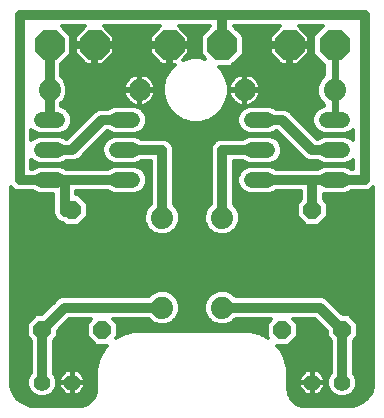
<source format=gbl>
G75*
G70*
%OFA0B0*%
%FSLAX24Y24*%
%IPPOS*%
%LPD*%
%AMOC8*
5,1,8,0,0,1.08239X$1,22.5*
%
%ADD10C,0.0520*%
%ADD11C,0.0740*%
%ADD12OC8,0.1000*%
%ADD13OC8,0.0600*%
%ADD14C,0.0551*%
%ADD15C,0.0320*%
%ADD16C,0.0240*%
%ADD17C,0.0120*%
D10*
X005401Y014163D02*
X005921Y014163D01*
X005921Y015163D02*
X005401Y015163D01*
X005401Y016163D02*
X005921Y016163D01*
X007901Y016163D02*
X008421Y016163D01*
X008421Y015163D02*
X007901Y015163D01*
X007901Y014163D02*
X008421Y014163D01*
X012401Y014163D02*
X012921Y014163D01*
X012921Y015163D02*
X012401Y015163D01*
X012401Y016163D02*
X012921Y016163D01*
X014901Y016163D02*
X015421Y016163D01*
X015421Y015163D02*
X014901Y015163D01*
X014901Y014163D02*
X015421Y014163D01*
D11*
X015161Y017163D03*
X012161Y017163D03*
X008661Y017163D03*
X005661Y017163D03*
X009411Y012913D03*
X011411Y012913D03*
X011411Y009913D03*
X009411Y009913D03*
D12*
X009661Y018663D03*
X011411Y018663D03*
X013661Y018663D03*
X015161Y018663D03*
X007161Y018663D03*
X005661Y018663D03*
D13*
X006411Y013163D03*
X007411Y009163D03*
X005411Y009163D03*
X013411Y009163D03*
X015411Y009163D03*
X014411Y013163D03*
D14*
X014411Y007413D03*
X015411Y007413D03*
X006411Y007413D03*
X005411Y007413D03*
D15*
X005411Y009163D01*
X006161Y009913D01*
X009411Y009913D01*
X011411Y009913D02*
X014661Y009913D01*
X015411Y009163D01*
X015411Y007413D01*
X011411Y012913D02*
X011411Y015163D01*
X012661Y015163D01*
X012661Y014163D02*
X014411Y014163D01*
X014411Y013163D01*
X014411Y014163D02*
X015161Y014163D01*
X016161Y014163D01*
X016161Y019663D01*
X011411Y019663D01*
X004661Y019663D01*
X004661Y014163D01*
X005661Y014163D01*
X008161Y014163D01*
X008161Y015163D02*
X009411Y015163D01*
X009411Y012913D01*
X006411Y013163D02*
X006161Y013112D01*
X006161Y014163D01*
X006411Y015163D02*
X005661Y015163D01*
X006411Y015163D02*
X007411Y016163D01*
X008161Y016163D01*
X005661Y016163D02*
X005661Y017163D01*
X005661Y018663D01*
X011411Y018663D02*
X011411Y019663D01*
X012661Y016163D02*
X013411Y016163D01*
X014411Y015163D01*
X015161Y015163D01*
D16*
X015161Y016163D02*
X015161Y017163D01*
X015161Y018663D01*
D17*
X004534Y006932D02*
X004680Y006786D01*
X004858Y006683D01*
X005058Y006630D01*
X005161Y006623D01*
X006661Y006623D01*
X006731Y006628D01*
X006867Y006664D01*
X006989Y006735D01*
X007089Y006834D01*
X007160Y006956D01*
X007196Y007092D01*
X007201Y007163D01*
X007201Y007571D01*
X007201Y007663D01*
X007201Y007668D01*
X007201Y007754D01*
X007201Y007755D01*
X007201Y007855D01*
X007201Y007855D01*
X007300Y008226D01*
X007300Y008226D01*
X007493Y008559D01*
X007493Y008559D01*
X007576Y008643D01*
X007195Y008643D01*
X006891Y008948D01*
X006891Y009378D01*
X007045Y009533D01*
X006318Y009533D01*
X005931Y009146D01*
X005931Y008948D01*
X005791Y008808D01*
X005791Y007734D01*
X005831Y007694D01*
X005906Y007512D01*
X005906Y007314D01*
X005831Y007132D01*
X005691Y006993D01*
X005509Y006917D01*
X005312Y006917D01*
X005130Y006993D01*
X004991Y007132D01*
X004915Y007314D01*
X004915Y007512D01*
X004991Y007694D01*
X005031Y007734D01*
X005031Y008808D01*
X004891Y008948D01*
X004891Y009378D01*
X005195Y009683D01*
X005393Y009683D01*
X005946Y010235D01*
X006085Y010293D01*
X006236Y010293D01*
X008956Y010293D01*
X009077Y010413D01*
X009293Y010503D01*
X009528Y010503D01*
X009745Y010413D01*
X009911Y010247D01*
X010001Y010030D01*
X010001Y009796D01*
X009911Y009579D01*
X009745Y009413D01*
X009528Y009323D01*
X009293Y009323D01*
X009077Y009413D01*
X008956Y009533D01*
X007776Y009533D01*
X007931Y009378D01*
X007931Y008948D01*
X007883Y008899D01*
X008097Y009023D01*
X008097Y009023D01*
X008469Y009123D01*
X008469Y009123D01*
X008569Y009123D01*
X008569Y009123D01*
X012069Y009123D01*
X012161Y009123D01*
X012252Y009123D01*
X012252Y009123D01*
X012353Y009123D01*
X012353Y009123D01*
X012724Y009023D01*
X012724Y009023D01*
X012939Y008899D01*
X012891Y008948D01*
X012891Y009378D01*
X013045Y009533D01*
X011865Y009533D01*
X011745Y009413D01*
X011528Y009323D01*
X011293Y009323D01*
X011077Y009413D01*
X010911Y009579D01*
X010821Y009796D01*
X010821Y010030D01*
X010911Y010247D01*
X011077Y010413D01*
X011293Y010503D01*
X011528Y010503D01*
X011745Y010413D01*
X011865Y010293D01*
X014585Y010293D01*
X014736Y010293D01*
X014876Y010235D01*
X015428Y009683D01*
X015626Y009683D01*
X015931Y009378D01*
X015931Y008948D01*
X015791Y008808D01*
X015791Y007734D01*
X015831Y007694D01*
X015906Y007512D01*
X015906Y007314D01*
X015831Y007132D01*
X015691Y006993D01*
X015509Y006917D01*
X015312Y006917D01*
X015130Y006993D01*
X014991Y007132D01*
X014915Y007314D01*
X014915Y007512D01*
X014991Y007694D01*
X015031Y007734D01*
X015031Y008808D01*
X014891Y008948D01*
X014891Y009146D01*
X014503Y009533D01*
X013776Y009533D01*
X013931Y009378D01*
X013931Y008948D01*
X013626Y008643D01*
X013245Y008643D01*
X013329Y008559D01*
X013329Y008559D01*
X013521Y008226D01*
X013521Y008226D01*
X013621Y007855D01*
X013621Y007855D01*
X013621Y007755D01*
X013621Y007754D01*
X013621Y007254D01*
X013621Y007243D01*
X013621Y007163D01*
X013625Y007093D01*
X013662Y006956D01*
X013732Y006834D01*
X013832Y006735D01*
X013954Y006664D01*
X014090Y006628D01*
X014161Y006623D01*
X015569Y006623D01*
X015583Y006623D01*
X015661Y006623D01*
X015764Y006630D01*
X015963Y006683D01*
X016142Y006786D01*
X016288Y006932D01*
X016391Y007111D01*
X016444Y007310D01*
X016451Y007413D01*
X016451Y007504D01*
X016451Y013916D01*
X016376Y013841D01*
X016236Y013783D01*
X015720Y013783D01*
X015693Y013756D01*
X015516Y013683D01*
X014805Y013683D01*
X014791Y013689D01*
X014791Y013518D01*
X014931Y013378D01*
X014931Y012948D01*
X014626Y012643D01*
X014195Y012643D01*
X013891Y012948D01*
X013891Y013378D01*
X014031Y013518D01*
X014031Y013783D01*
X013220Y013783D01*
X013193Y013756D01*
X013016Y013683D01*
X012305Y013683D01*
X012129Y013756D01*
X011994Y013891D01*
X011921Y014067D01*
X011921Y014258D01*
X011994Y014435D01*
X012129Y014570D01*
X012305Y014643D01*
X013016Y014643D01*
X013193Y014570D01*
X013220Y014543D01*
X014335Y014543D01*
X014486Y014543D01*
X014602Y014543D01*
X014629Y014570D01*
X014805Y014643D01*
X015516Y014643D01*
X015693Y014570D01*
X015720Y014543D01*
X015781Y014543D01*
X015781Y014844D01*
X015693Y014756D01*
X015516Y014683D01*
X014805Y014683D01*
X014629Y014756D01*
X014602Y014783D01*
X014486Y014783D01*
X014335Y014783D01*
X014196Y014841D01*
X013253Y015783D01*
X013220Y015783D01*
X013193Y015756D01*
X013016Y015683D01*
X012305Y015683D01*
X012129Y015756D01*
X011994Y015891D01*
X011921Y016067D01*
X011921Y016258D01*
X011994Y016435D01*
X012129Y016570D01*
X012305Y016643D01*
X013016Y016643D01*
X013193Y016570D01*
X013220Y016543D01*
X013335Y016543D01*
X013486Y016543D01*
X013626Y016485D01*
X014568Y015543D01*
X014602Y015543D01*
X014629Y015570D01*
X014805Y015643D01*
X015516Y015643D01*
X015693Y015570D01*
X015781Y015482D01*
X015781Y015844D01*
X015693Y015756D01*
X015516Y015683D01*
X014805Y015683D01*
X014629Y015756D01*
X014494Y015891D01*
X014421Y016067D01*
X014421Y016258D01*
X014494Y016435D01*
X014629Y016570D01*
X014805Y016643D01*
X014821Y016643D01*
X014821Y016669D01*
X014661Y016829D01*
X014571Y017046D01*
X014571Y017280D01*
X014661Y017497D01*
X014821Y017657D01*
X014821Y017985D01*
X014441Y018365D01*
X014441Y018961D01*
X014763Y019283D01*
X013974Y019283D01*
X014321Y018936D01*
X014321Y018723D01*
X013721Y018723D01*
X013721Y018603D01*
X014321Y018603D01*
X014321Y018390D01*
X013934Y018003D01*
X013721Y018003D01*
X013721Y018603D01*
X013601Y018603D01*
X013601Y018003D01*
X013387Y018003D01*
X013001Y018390D01*
X013001Y018603D01*
X013601Y018603D01*
X013601Y018723D01*
X013001Y018723D01*
X013001Y018936D01*
X013347Y019283D01*
X011809Y019283D01*
X012131Y018961D01*
X012131Y018365D01*
X011709Y017943D01*
X011297Y017943D01*
X011408Y017832D01*
X011551Y017584D01*
X011626Y017306D01*
X011626Y017019D01*
X011551Y016742D01*
X011408Y016494D01*
X011205Y016291D01*
X010956Y016147D01*
X010679Y016073D01*
X010392Y016073D01*
X010115Y016147D01*
X009867Y016291D01*
X009664Y016494D01*
X009520Y016742D01*
X009446Y017019D01*
X009446Y017306D01*
X009520Y017584D01*
X009664Y017832D01*
X009834Y018003D01*
X009721Y018003D01*
X009721Y018603D01*
X009721Y018723D01*
X010321Y018723D01*
X010321Y018936D01*
X009974Y019283D01*
X011013Y019283D01*
X010691Y018961D01*
X010691Y018365D01*
X010848Y018208D01*
X010679Y018253D01*
X010392Y018253D01*
X010115Y018179D01*
X010102Y018171D01*
X010321Y018390D01*
X010321Y018603D01*
X009721Y018603D01*
X009601Y018603D01*
X009601Y018003D01*
X009387Y018003D01*
X009001Y018390D01*
X009001Y018603D01*
X009601Y018603D01*
X009601Y018723D01*
X009001Y018723D01*
X009001Y018936D01*
X009347Y019283D01*
X007474Y019283D01*
X007821Y018936D01*
X007821Y018723D01*
X007221Y018723D01*
X007221Y018603D01*
X007821Y018603D01*
X007821Y018390D01*
X007434Y018003D01*
X007221Y018003D01*
X007221Y018603D01*
X007101Y018603D01*
X007101Y018003D01*
X006887Y018003D01*
X006501Y018390D01*
X006501Y018603D01*
X007101Y018603D01*
X007101Y018723D01*
X006501Y018723D01*
X006501Y018936D01*
X006847Y019283D01*
X006059Y019283D01*
X006381Y018961D01*
X006381Y018365D01*
X006041Y018025D01*
X006041Y017617D01*
X006161Y017497D01*
X006251Y017280D01*
X006251Y017046D01*
X006161Y016829D01*
X006041Y016709D01*
X006041Y016633D01*
X006193Y016570D01*
X006328Y016435D01*
X006401Y016258D01*
X006401Y016067D01*
X006328Y015891D01*
X006193Y015756D01*
X006016Y015683D01*
X005305Y015683D01*
X005129Y015756D01*
X005041Y015844D01*
X005041Y015482D01*
X005129Y015570D01*
X005305Y015643D01*
X006016Y015643D01*
X006193Y015570D01*
X006220Y015543D01*
X006253Y015543D01*
X007089Y016378D01*
X007196Y016485D01*
X007335Y016543D01*
X007602Y016543D01*
X007629Y016570D01*
X007805Y016643D01*
X008516Y016643D01*
X008693Y016570D01*
X008828Y016435D01*
X008901Y016258D01*
X008901Y016067D01*
X008828Y015891D01*
X008693Y015756D01*
X008516Y015683D01*
X007805Y015683D01*
X007629Y015756D01*
X007602Y015783D01*
X007568Y015783D01*
X006626Y014841D01*
X006486Y014783D01*
X006335Y014783D01*
X006220Y014783D01*
X006193Y014756D01*
X006016Y014683D01*
X005305Y014683D01*
X005129Y014756D01*
X005041Y014844D01*
X005041Y014543D01*
X005102Y014543D01*
X005129Y014570D01*
X005305Y014643D01*
X006016Y014643D01*
X006193Y014570D01*
X006220Y014543D01*
X007602Y014543D01*
X007629Y014570D01*
X007805Y014643D01*
X008516Y014643D01*
X008693Y014570D01*
X008828Y014435D01*
X008901Y014258D01*
X008901Y014067D01*
X008828Y013891D01*
X008693Y013756D01*
X008516Y013683D01*
X007805Y013683D01*
X007629Y013756D01*
X007602Y013783D01*
X006541Y013783D01*
X006541Y013683D01*
X006626Y013683D01*
X006931Y013378D01*
X006931Y012948D01*
X006626Y012643D01*
X006195Y012643D01*
X006107Y012732D01*
X006085Y012732D01*
X006051Y012746D01*
X006014Y012753D01*
X005982Y012775D01*
X005946Y012790D01*
X005919Y012816D01*
X005888Y012836D01*
X005866Y012869D01*
X005839Y012897D01*
X005824Y012931D01*
X005804Y012962D01*
X005796Y013000D01*
X005781Y013036D01*
X005781Y013073D01*
X005773Y013110D01*
X005781Y013148D01*
X005781Y013683D01*
X005305Y013683D01*
X005129Y013756D01*
X005102Y013783D01*
X004585Y013783D01*
X004446Y013841D01*
X004371Y013916D01*
X004371Y007504D01*
X004371Y007413D01*
X004378Y007310D01*
X004431Y007111D01*
X004534Y006932D01*
X004587Y006879D02*
X007115Y006879D01*
X007171Y006997D02*
X006541Y006997D01*
X006513Y006988D02*
X006578Y007009D01*
X006639Y007040D01*
X006695Y007081D01*
X006743Y007129D01*
X006783Y007185D01*
X006814Y007246D01*
X006836Y007311D01*
X006846Y007379D01*
X006846Y007394D01*
X006430Y007394D01*
X006430Y007432D01*
X006846Y007432D01*
X006846Y007447D01*
X006836Y007515D01*
X006814Y007580D01*
X006783Y007641D01*
X006743Y007697D01*
X006695Y007745D01*
X006639Y007786D01*
X006578Y007817D01*
X006513Y007838D01*
X006445Y007849D01*
X006430Y007849D01*
X006430Y007432D01*
X006392Y007432D01*
X006392Y007849D01*
X006376Y007849D01*
X006309Y007838D01*
X006244Y007817D01*
X006182Y007786D01*
X006127Y007745D01*
X006079Y007697D01*
X006038Y007641D01*
X006007Y007580D01*
X005986Y007515D01*
X005975Y007447D01*
X005975Y007432D01*
X006392Y007432D01*
X006392Y007394D01*
X006430Y007394D01*
X006430Y006977D01*
X006445Y006977D01*
X006513Y006988D01*
X006430Y006997D02*
X006392Y006997D01*
X006392Y006977D02*
X006392Y007394D01*
X005975Y007394D01*
X005975Y007379D01*
X005986Y007311D01*
X006007Y007246D01*
X006038Y007185D01*
X006079Y007129D01*
X006127Y007081D01*
X006182Y007040D01*
X006244Y007009D01*
X006309Y006988D01*
X006376Y006977D01*
X006392Y006977D01*
X006280Y006997D02*
X005696Y006997D01*
X005815Y007116D02*
X006092Y007116D01*
X006013Y007235D02*
X005873Y007235D01*
X005906Y007353D02*
X005979Y007353D01*
X005979Y007472D02*
X005906Y007472D01*
X005874Y007590D02*
X006012Y007590D01*
X006091Y007709D02*
X005816Y007709D01*
X005791Y007827D02*
X006276Y007827D01*
X006392Y007827D02*
X006430Y007827D01*
X006545Y007827D02*
X007201Y007827D01*
X007201Y007709D02*
X006731Y007709D01*
X006809Y007590D02*
X007201Y007590D01*
X007201Y007472D02*
X006843Y007472D01*
X006842Y007353D02*
X007201Y007353D01*
X007201Y007235D02*
X006809Y007235D01*
X006730Y007116D02*
X007198Y007116D01*
X007015Y006760D02*
X004725Y006760D01*
X004496Y006997D02*
X005125Y006997D01*
X005007Y007116D02*
X004429Y007116D01*
X004398Y007235D02*
X004948Y007235D01*
X004915Y007353D02*
X004375Y007353D01*
X004371Y007472D02*
X004915Y007472D01*
X004948Y007590D02*
X004371Y007590D01*
X004371Y007709D02*
X005006Y007709D01*
X005031Y007827D02*
X004371Y007827D01*
X004371Y007946D02*
X005031Y007946D01*
X005031Y008064D02*
X004371Y008064D01*
X004371Y008183D02*
X005031Y008183D01*
X005031Y008301D02*
X004371Y008301D01*
X004371Y008420D02*
X005031Y008420D01*
X005031Y008539D02*
X004371Y008539D01*
X004371Y008657D02*
X005031Y008657D01*
X005031Y008776D02*
X004371Y008776D01*
X004371Y008894D02*
X004944Y008894D01*
X004891Y009013D02*
X004371Y009013D01*
X004371Y009131D02*
X004891Y009131D01*
X004891Y009250D02*
X004371Y009250D01*
X004371Y009368D02*
X004891Y009368D01*
X004999Y009487D02*
X004371Y009487D01*
X004371Y009605D02*
X005118Y009605D01*
X005434Y009724D02*
X004371Y009724D01*
X004371Y009842D02*
X005553Y009842D01*
X005671Y009961D02*
X004371Y009961D01*
X004371Y010080D02*
X005790Y010080D01*
X005909Y010198D02*
X004371Y010198D01*
X004371Y010317D02*
X008980Y010317D01*
X009130Y010435D02*
X004371Y010435D01*
X004371Y010554D02*
X016451Y010554D01*
X016451Y010672D02*
X004371Y010672D01*
X004371Y010791D02*
X016451Y010791D01*
X016451Y010909D02*
X004371Y010909D01*
X004371Y011028D02*
X016451Y011028D01*
X016451Y011146D02*
X004371Y011146D01*
X004371Y011265D02*
X016451Y011265D01*
X016451Y011384D02*
X004371Y011384D01*
X004371Y011502D02*
X016451Y011502D01*
X016451Y011621D02*
X004371Y011621D01*
X004371Y011739D02*
X016451Y011739D01*
X016451Y011858D02*
X004371Y011858D01*
X004371Y011976D02*
X016451Y011976D01*
X016451Y012095D02*
X004371Y012095D01*
X004371Y012213D02*
X016451Y012213D01*
X016451Y012332D02*
X011550Y012332D01*
X011528Y012323D02*
X011293Y012323D01*
X011077Y012413D01*
X010911Y012579D01*
X010821Y012796D01*
X010821Y013030D01*
X010911Y013247D01*
X011031Y013367D01*
X011031Y015239D01*
X011089Y015378D01*
X011196Y015485D01*
X011335Y015543D01*
X011486Y015543D01*
X012102Y015543D01*
X012129Y015570D01*
X012305Y015643D01*
X013016Y015643D01*
X013193Y015570D01*
X013328Y015435D01*
X013401Y015258D01*
X013401Y015067D01*
X013328Y014891D01*
X013193Y014756D01*
X013016Y014683D01*
X012305Y014683D01*
X012129Y014756D01*
X012102Y014783D01*
X011791Y014783D01*
X011791Y013367D01*
X011911Y013247D01*
X012001Y013030D01*
X012001Y012796D01*
X011911Y012579D01*
X011745Y012413D01*
X011528Y012323D01*
X011272Y012332D02*
X009550Y012332D01*
X009528Y012323D02*
X009745Y012413D01*
X009911Y012579D01*
X010001Y012796D01*
X010001Y013030D01*
X009911Y013247D01*
X009791Y013367D01*
X009791Y015239D01*
X009733Y015378D01*
X009626Y015485D01*
X009486Y015543D01*
X009335Y015543D01*
X008720Y015543D01*
X008693Y015570D01*
X008516Y015643D01*
X007805Y015643D01*
X007629Y015570D01*
X007494Y015435D01*
X007421Y015258D01*
X007421Y015067D01*
X007494Y014891D01*
X007629Y014756D01*
X007805Y014683D01*
X008516Y014683D01*
X008693Y014756D01*
X008720Y014783D01*
X009031Y014783D01*
X009031Y013367D01*
X008911Y013247D01*
X008821Y013030D01*
X008821Y012796D01*
X008911Y012579D01*
X009077Y012413D01*
X009293Y012323D01*
X009528Y012323D01*
X009272Y012332D02*
X004371Y012332D01*
X004371Y012450D02*
X009039Y012450D01*
X008920Y012569D02*
X004371Y012569D01*
X004371Y012688D02*
X006151Y012688D01*
X005929Y012806D02*
X004371Y012806D01*
X004371Y012925D02*
X005827Y012925D01*
X005781Y013043D02*
X004371Y013043D01*
X004371Y013162D02*
X005781Y013162D01*
X005781Y013280D02*
X004371Y013280D01*
X004371Y013399D02*
X005781Y013399D01*
X005781Y013517D02*
X004371Y013517D01*
X004371Y013636D02*
X005781Y013636D01*
X005133Y013754D02*
X004371Y013754D01*
X004371Y013873D02*
X004413Y013873D01*
X005041Y014584D02*
X005163Y014584D01*
X005258Y014703D02*
X005041Y014703D01*
X005041Y014821D02*
X005064Y014821D01*
X005041Y015533D02*
X005092Y015533D01*
X005041Y015651D02*
X006361Y015651D01*
X006480Y015770D02*
X006206Y015770D01*
X006325Y015888D02*
X006599Y015888D01*
X006717Y016007D02*
X006376Y016007D01*
X006401Y016125D02*
X006836Y016125D01*
X006954Y016244D02*
X006401Y016244D01*
X006358Y016362D02*
X007073Y016362D01*
X007191Y016481D02*
X006282Y016481D01*
X006121Y016599D02*
X007700Y016599D01*
X008207Y016885D02*
X008170Y016960D01*
X008144Y017039D01*
X008131Y017121D01*
X008131Y017134D01*
X008632Y017134D01*
X008689Y017134D01*
X008689Y016633D01*
X008702Y016633D01*
X008785Y016646D01*
X008864Y016672D01*
X008939Y016710D01*
X009006Y016759D01*
X009065Y016818D01*
X009114Y016885D01*
X009152Y016960D01*
X009178Y017039D01*
X009191Y017121D01*
X009191Y017134D01*
X008690Y017134D01*
X008690Y017192D01*
X009191Y017192D01*
X009446Y017192D01*
X009446Y017074D02*
X009183Y017074D01*
X009191Y017192D02*
X009191Y017205D01*
X009178Y017287D01*
X009152Y017366D01*
X009114Y017441D01*
X009065Y017508D01*
X009006Y017567D01*
X008939Y017616D01*
X008864Y017654D01*
X008785Y017680D01*
X008702Y017693D01*
X008689Y017693D01*
X008689Y017192D01*
X008632Y017192D01*
X008632Y017693D01*
X008619Y017693D01*
X008537Y017680D01*
X008457Y017654D01*
X008383Y017616D01*
X008316Y017567D01*
X008257Y017508D01*
X008207Y017441D01*
X008170Y017366D01*
X008144Y017287D01*
X008131Y017205D01*
X008131Y017192D01*
X006251Y017192D01*
X006251Y017074D02*
X008138Y017074D01*
X008131Y017192D02*
X008632Y017192D01*
X008689Y017192D01*
X008632Y017192D02*
X008632Y017134D01*
X008632Y016633D01*
X008619Y016633D01*
X008537Y016646D01*
X008457Y016672D01*
X008383Y016710D01*
X008316Y016759D01*
X008257Y016818D01*
X008207Y016885D01*
X008243Y016837D02*
X006164Y016837D01*
X006213Y016955D02*
X008172Y016955D01*
X008372Y016718D02*
X006050Y016718D01*
X006238Y017311D02*
X008152Y017311D01*
X008202Y017429D02*
X006189Y017429D01*
X006110Y017548D02*
X008296Y017548D01*
X008495Y017666D02*
X006041Y017666D01*
X006041Y017785D02*
X009636Y017785D01*
X009568Y017666D02*
X008827Y017666D01*
X008689Y017666D02*
X008632Y017666D01*
X008632Y017548D02*
X008689Y017548D01*
X008689Y017429D02*
X008632Y017429D01*
X008632Y017311D02*
X008689Y017311D01*
X008689Y017074D02*
X008632Y017074D01*
X008632Y016955D02*
X008689Y016955D01*
X008689Y016837D02*
X008632Y016837D01*
X008632Y016718D02*
X008689Y016718D01*
X008621Y016599D02*
X009603Y016599D01*
X009534Y016718D02*
X008950Y016718D01*
X009079Y016837D02*
X009495Y016837D01*
X009463Y016955D02*
X009150Y016955D01*
X009170Y017311D02*
X009447Y017311D01*
X009479Y017429D02*
X009120Y017429D01*
X009025Y017548D02*
X009511Y017548D01*
X009735Y017903D02*
X006041Y017903D01*
X006041Y018022D02*
X006868Y018022D01*
X006750Y018141D02*
X006156Y018141D01*
X006275Y018259D02*
X006631Y018259D01*
X006513Y018378D02*
X006381Y018378D01*
X006381Y018496D02*
X006501Y018496D01*
X006381Y018615D02*
X007101Y018615D01*
X007101Y018496D02*
X007221Y018496D01*
X007221Y018378D02*
X007101Y018378D01*
X007101Y018259D02*
X007221Y018259D01*
X007221Y018141D02*
X007101Y018141D01*
X007101Y018022D02*
X007221Y018022D01*
X007453Y018022D02*
X009368Y018022D01*
X009250Y018141D02*
X007572Y018141D01*
X007690Y018259D02*
X009131Y018259D01*
X009013Y018378D02*
X007809Y018378D01*
X007821Y018496D02*
X009001Y018496D01*
X009001Y018733D02*
X007821Y018733D01*
X007821Y018852D02*
X009001Y018852D01*
X009035Y018970D02*
X007787Y018970D01*
X007668Y019089D02*
X009153Y019089D01*
X009272Y019207D02*
X007550Y019207D01*
X007221Y018615D02*
X009601Y018615D01*
X009601Y018496D02*
X009721Y018496D01*
X009721Y018378D02*
X009601Y018378D01*
X009601Y018259D02*
X009721Y018259D01*
X009721Y018141D02*
X009601Y018141D01*
X009601Y018022D02*
X009721Y018022D01*
X010190Y018259D02*
X010796Y018259D01*
X010691Y018378D02*
X010309Y018378D01*
X010321Y018496D02*
X010691Y018496D01*
X010691Y018615D02*
X009721Y018615D01*
X010168Y019089D02*
X010819Y019089D01*
X010937Y019207D02*
X010050Y019207D01*
X010287Y018970D02*
X010700Y018970D01*
X010691Y018852D02*
X010321Y018852D01*
X010321Y018733D02*
X010691Y018733D01*
X011337Y017903D02*
X014821Y017903D01*
X014821Y017785D02*
X011435Y017785D01*
X011504Y017666D02*
X011995Y017666D01*
X011957Y017654D02*
X011883Y017616D01*
X011816Y017567D01*
X011757Y017508D01*
X011707Y017441D01*
X011670Y017366D01*
X011644Y017287D01*
X011631Y017205D01*
X011631Y017192D01*
X011626Y017192D01*
X011631Y017192D02*
X012132Y017192D01*
X012189Y017192D01*
X012132Y017192D01*
X012132Y017693D01*
X012119Y017693D01*
X012037Y017680D01*
X011957Y017654D01*
X012132Y017666D02*
X012189Y017666D01*
X012189Y017693D02*
X012202Y017693D01*
X012285Y017680D01*
X012364Y017654D01*
X012439Y017616D01*
X012506Y017567D01*
X012565Y017508D01*
X012614Y017441D01*
X012652Y017366D01*
X012678Y017287D01*
X012691Y017205D01*
X012691Y017192D01*
X014571Y017192D01*
X014571Y017074D02*
X012683Y017074D01*
X012678Y017039D02*
X012691Y017121D01*
X012691Y017134D01*
X012190Y017134D01*
X012190Y017192D01*
X012691Y017192D01*
X012670Y017311D02*
X014583Y017311D01*
X014632Y017429D02*
X012620Y017429D01*
X012525Y017548D02*
X014711Y017548D01*
X014821Y017666D02*
X012327Y017666D01*
X012189Y017693D02*
X012189Y017192D01*
X012132Y017192D02*
X012132Y017134D01*
X012189Y017134D01*
X012189Y016633D01*
X012202Y016633D01*
X012285Y016646D01*
X012364Y016672D01*
X012439Y016710D01*
X012506Y016759D01*
X012565Y016818D01*
X012614Y016885D01*
X012652Y016960D01*
X012678Y017039D01*
X012650Y016955D02*
X014608Y016955D01*
X014657Y016837D02*
X012579Y016837D01*
X012450Y016718D02*
X014771Y016718D01*
X014700Y016599D02*
X013121Y016599D01*
X013630Y016481D02*
X014540Y016481D01*
X014464Y016362D02*
X013749Y016362D01*
X013867Y016244D02*
X014421Y016244D01*
X014421Y016125D02*
X013986Y016125D01*
X014104Y016007D02*
X014446Y016007D01*
X014497Y015888D02*
X014223Y015888D01*
X014341Y015770D02*
X014615Y015770D01*
X014460Y015651D02*
X015781Y015651D01*
X015781Y015533D02*
X015730Y015533D01*
X015706Y015770D02*
X015781Y015770D01*
X015758Y014821D02*
X015781Y014821D01*
X015781Y014703D02*
X015564Y014703D01*
X015658Y014584D02*
X015781Y014584D01*
X015689Y013754D02*
X016451Y013754D01*
X016451Y013636D02*
X014791Y013636D01*
X014792Y013517D02*
X016451Y013517D01*
X016451Y013399D02*
X014910Y013399D01*
X014931Y013280D02*
X016451Y013280D01*
X016451Y013162D02*
X014931Y013162D01*
X014931Y013043D02*
X016451Y013043D01*
X016451Y012925D02*
X014908Y012925D01*
X014789Y012806D02*
X016451Y012806D01*
X016451Y012688D02*
X014671Y012688D01*
X014151Y012688D02*
X011956Y012688D01*
X012001Y012806D02*
X014032Y012806D01*
X013914Y012925D02*
X012001Y012925D01*
X011995Y013043D02*
X013891Y013043D01*
X013891Y013162D02*
X011946Y013162D01*
X011878Y013280D02*
X013891Y013280D01*
X013911Y013399D02*
X011791Y013399D01*
X011791Y013517D02*
X014030Y013517D01*
X014031Y013636D02*
X011791Y013636D01*
X011791Y013754D02*
X012133Y013754D01*
X012012Y013873D02*
X011791Y013873D01*
X011791Y013991D02*
X011952Y013991D01*
X011921Y014110D02*
X011791Y014110D01*
X011791Y014229D02*
X011921Y014229D01*
X011958Y014347D02*
X011791Y014347D01*
X011791Y014466D02*
X012025Y014466D01*
X012163Y014584D02*
X011791Y014584D01*
X011791Y014703D02*
X012258Y014703D01*
X013064Y014703D02*
X014758Y014703D01*
X014663Y014584D02*
X013158Y014584D01*
X013258Y014821D02*
X014243Y014821D01*
X014096Y014940D02*
X013348Y014940D01*
X013397Y015058D02*
X013978Y015058D01*
X013859Y015177D02*
X013401Y015177D01*
X013385Y015295D02*
X013741Y015295D01*
X013622Y015414D02*
X013336Y015414D01*
X013230Y015533D02*
X013504Y015533D01*
X013385Y015651D02*
X007436Y015651D01*
X007318Y015533D02*
X007592Y015533D01*
X007485Y015414D02*
X007199Y015414D01*
X007081Y015295D02*
X007436Y015295D01*
X007421Y015177D02*
X006962Y015177D01*
X006844Y015058D02*
X007425Y015058D01*
X007474Y014940D02*
X006725Y014940D01*
X006579Y014821D02*
X007564Y014821D01*
X007758Y014703D02*
X006064Y014703D01*
X006158Y014584D02*
X007663Y014584D01*
X007633Y013754D02*
X006541Y013754D01*
X006673Y013636D02*
X009031Y013636D01*
X009031Y013754D02*
X008689Y013754D01*
X008810Y013873D02*
X009031Y013873D01*
X009031Y013991D02*
X008869Y013991D01*
X008901Y014110D02*
X009031Y014110D01*
X009031Y014229D02*
X008901Y014229D01*
X008864Y014347D02*
X009031Y014347D01*
X009031Y014466D02*
X008797Y014466D01*
X008658Y014584D02*
X009031Y014584D01*
X009031Y014703D02*
X008564Y014703D01*
X009511Y015533D02*
X011310Y015533D01*
X011124Y015414D02*
X009697Y015414D01*
X009767Y015295D02*
X011054Y015295D01*
X011031Y015177D02*
X009791Y015177D01*
X009791Y015058D02*
X011031Y015058D01*
X011031Y014940D02*
X009791Y014940D01*
X009791Y014821D02*
X011031Y014821D01*
X011031Y014703D02*
X009791Y014703D01*
X009791Y014584D02*
X011031Y014584D01*
X011031Y014466D02*
X009791Y014466D01*
X009791Y014347D02*
X011031Y014347D01*
X011031Y014229D02*
X009791Y014229D01*
X009791Y014110D02*
X011031Y014110D01*
X011031Y013991D02*
X009791Y013991D01*
X009791Y013873D02*
X011031Y013873D01*
X011031Y013754D02*
X009791Y013754D01*
X009791Y013636D02*
X011031Y013636D01*
X011031Y013517D02*
X009791Y013517D01*
X009791Y013399D02*
X011031Y013399D01*
X010944Y013280D02*
X009878Y013280D01*
X009946Y013162D02*
X010875Y013162D01*
X010826Y013043D02*
X009995Y013043D01*
X010001Y012925D02*
X010821Y012925D01*
X010821Y012806D02*
X010001Y012806D01*
X009956Y012688D02*
X010866Y012688D01*
X010920Y012569D02*
X009901Y012569D01*
X009783Y012450D02*
X011039Y012450D01*
X011783Y012450D02*
X016451Y012450D01*
X016451Y012569D02*
X011901Y012569D01*
X013189Y013754D02*
X014031Y013754D01*
X013267Y015770D02*
X013206Y015770D01*
X012200Y016599D02*
X011469Y016599D01*
X011537Y016718D02*
X011872Y016718D01*
X011883Y016710D02*
X011957Y016672D01*
X012037Y016646D01*
X012119Y016633D01*
X012132Y016633D01*
X012132Y017134D01*
X011631Y017134D01*
X011631Y017121D01*
X011644Y017039D01*
X011670Y016960D01*
X011707Y016885D01*
X011757Y016818D01*
X011816Y016759D01*
X011883Y016710D01*
X011743Y016837D02*
X011577Y016837D01*
X011608Y016955D02*
X011672Y016955D01*
X011638Y017074D02*
X011626Y017074D01*
X011625Y017311D02*
X011652Y017311D01*
X011702Y017429D02*
X011593Y017429D01*
X011561Y017548D02*
X011796Y017548D01*
X012132Y017548D02*
X012189Y017548D01*
X012189Y017429D02*
X012132Y017429D01*
X012132Y017311D02*
X012189Y017311D01*
X012189Y017074D02*
X012132Y017074D01*
X012132Y016955D02*
X012189Y016955D01*
X012189Y016837D02*
X012132Y016837D01*
X012132Y016718D02*
X012189Y016718D01*
X012040Y016481D02*
X011395Y016481D01*
X011277Y016362D02*
X011964Y016362D01*
X011921Y016244D02*
X011124Y016244D01*
X010874Y016125D02*
X011921Y016125D01*
X011946Y016007D02*
X008876Y016007D01*
X008901Y016125D02*
X010197Y016125D01*
X009948Y016244D02*
X008901Y016244D01*
X008858Y016362D02*
X009795Y016362D01*
X009676Y016481D02*
X008782Y016481D01*
X008825Y015888D02*
X011997Y015888D01*
X012115Y015770D02*
X008706Y015770D01*
X007615Y015770D02*
X007555Y015770D01*
X006792Y013517D02*
X009031Y013517D01*
X009031Y013399D02*
X006910Y013399D01*
X006931Y013280D02*
X008944Y013280D01*
X008875Y013162D02*
X006931Y013162D01*
X006931Y013043D02*
X008826Y013043D01*
X008821Y012925D02*
X006908Y012925D01*
X006789Y012806D02*
X008821Y012806D01*
X008866Y012688D02*
X006671Y012688D01*
X009692Y010435D02*
X011130Y010435D01*
X010980Y010317D02*
X009841Y010317D01*
X009931Y010198D02*
X010890Y010198D01*
X010841Y010080D02*
X009980Y010080D01*
X010001Y009961D02*
X010821Y009961D01*
X010821Y009842D02*
X010001Y009842D01*
X009971Y009724D02*
X010850Y009724D01*
X010900Y009605D02*
X009922Y009605D01*
X009819Y009487D02*
X011003Y009487D01*
X011184Y009368D02*
X009638Y009368D01*
X009184Y009368D02*
X007931Y009368D01*
X007931Y009250D02*
X012891Y009250D01*
X012891Y009368D02*
X011638Y009368D01*
X011819Y009487D02*
X012999Y009487D01*
X012891Y009131D02*
X007931Y009131D01*
X007931Y009013D02*
X008079Y009013D01*
X007822Y009487D02*
X009003Y009487D01*
X007480Y008539D02*
X005791Y008539D01*
X005791Y008657D02*
X007181Y008657D01*
X007063Y008776D02*
X005791Y008776D01*
X005877Y008894D02*
X006944Y008894D01*
X006891Y009013D02*
X005931Y009013D01*
X005931Y009131D02*
X006891Y009131D01*
X006891Y009250D02*
X006035Y009250D01*
X006154Y009368D02*
X006891Y009368D01*
X006999Y009487D02*
X006272Y009487D01*
X005791Y008420D02*
X007412Y008420D01*
X007344Y008301D02*
X005791Y008301D01*
X005791Y008183D02*
X007289Y008183D01*
X007257Y008064D02*
X005791Y008064D01*
X005791Y007946D02*
X007225Y007946D01*
X006430Y007709D02*
X006392Y007709D01*
X006392Y007590D02*
X006430Y007590D01*
X006430Y007472D02*
X006392Y007472D01*
X006392Y007353D02*
X006430Y007353D01*
X006430Y007235D02*
X006392Y007235D01*
X006392Y007116D02*
X006430Y007116D01*
X006784Y006642D02*
X005013Y006642D01*
X011692Y010435D02*
X016451Y010435D01*
X016451Y010317D02*
X011841Y010317D01*
X012743Y009013D02*
X012891Y009013D01*
X013341Y008539D02*
X015031Y008539D01*
X015031Y008657D02*
X013640Y008657D01*
X013759Y008776D02*
X015031Y008776D01*
X014944Y008894D02*
X013877Y008894D01*
X013931Y009013D02*
X014891Y009013D01*
X014891Y009131D02*
X013931Y009131D01*
X013931Y009250D02*
X014787Y009250D01*
X014668Y009368D02*
X013931Y009368D01*
X013822Y009487D02*
X014549Y009487D01*
X015150Y009961D02*
X016451Y009961D01*
X016451Y009842D02*
X015269Y009842D01*
X015387Y009724D02*
X016451Y009724D01*
X016451Y009605D02*
X015704Y009605D01*
X015822Y009487D02*
X016451Y009487D01*
X016451Y009368D02*
X015931Y009368D01*
X015931Y009250D02*
X016451Y009250D01*
X016451Y009131D02*
X015931Y009131D01*
X015931Y009013D02*
X016451Y009013D01*
X016451Y008894D02*
X015877Y008894D01*
X015791Y008776D02*
X016451Y008776D01*
X016451Y008657D02*
X015791Y008657D01*
X015791Y008539D02*
X016451Y008539D01*
X016451Y008420D02*
X015791Y008420D01*
X015791Y008301D02*
X016451Y008301D01*
X016451Y008183D02*
X015791Y008183D01*
X015791Y008064D02*
X016451Y008064D01*
X016451Y007946D02*
X015791Y007946D01*
X015791Y007827D02*
X016451Y007827D01*
X016451Y007709D02*
X015816Y007709D01*
X015874Y007590D02*
X016451Y007590D01*
X016451Y007472D02*
X015906Y007472D01*
X015906Y007353D02*
X016447Y007353D01*
X016424Y007235D02*
X015873Y007235D01*
X015815Y007116D02*
X016392Y007116D01*
X016325Y006997D02*
X015696Y006997D01*
X015809Y006642D02*
X014037Y006642D01*
X013806Y006760D02*
X016097Y006760D01*
X016234Y006879D02*
X013707Y006879D01*
X013651Y006997D02*
X014280Y006997D01*
X014309Y006988D02*
X014244Y007009D01*
X014182Y007040D01*
X014127Y007081D01*
X014079Y007129D01*
X014038Y007185D01*
X014007Y007246D01*
X013986Y007311D01*
X013975Y007379D01*
X013975Y007394D01*
X014392Y007394D01*
X014430Y007394D01*
X014430Y007432D01*
X014846Y007432D01*
X014846Y007447D01*
X014836Y007515D01*
X014814Y007580D01*
X014783Y007641D01*
X014743Y007697D01*
X014695Y007745D01*
X014639Y007786D01*
X014578Y007817D01*
X014513Y007838D01*
X014445Y007849D01*
X014430Y007849D01*
X014430Y007432D01*
X014392Y007432D01*
X014392Y007849D01*
X014376Y007849D01*
X014309Y007838D01*
X014244Y007817D01*
X014182Y007786D01*
X014127Y007745D01*
X014079Y007697D01*
X014038Y007641D01*
X014007Y007580D01*
X013986Y007515D01*
X013975Y007447D01*
X013975Y007432D01*
X014392Y007432D01*
X014392Y007394D01*
X014392Y006977D01*
X014376Y006977D01*
X014309Y006988D01*
X014392Y006997D02*
X014430Y006997D01*
X014430Y006977D02*
X014445Y006977D01*
X014513Y006988D01*
X014578Y007009D01*
X014639Y007040D01*
X014695Y007081D01*
X014743Y007129D01*
X014783Y007185D01*
X014814Y007246D01*
X014836Y007311D01*
X014846Y007379D01*
X014846Y007394D01*
X014430Y007394D01*
X014430Y006977D01*
X014541Y006997D02*
X015125Y006997D01*
X015007Y007116D02*
X014730Y007116D01*
X014809Y007235D02*
X014948Y007235D01*
X014915Y007353D02*
X014842Y007353D01*
X014843Y007472D02*
X014915Y007472D01*
X014948Y007590D02*
X014809Y007590D01*
X014731Y007709D02*
X015006Y007709D01*
X015031Y007827D02*
X014545Y007827D01*
X014430Y007827D02*
X014392Y007827D01*
X014276Y007827D02*
X013621Y007827D01*
X013621Y007709D02*
X014091Y007709D01*
X014012Y007590D02*
X013621Y007590D01*
X013621Y007472D02*
X013979Y007472D01*
X013979Y007353D02*
X013621Y007353D01*
X013621Y007235D02*
X014013Y007235D01*
X014092Y007116D02*
X013624Y007116D01*
X014392Y007116D02*
X014430Y007116D01*
X014430Y007235D02*
X014392Y007235D01*
X014392Y007353D02*
X014430Y007353D01*
X014430Y007472D02*
X014392Y007472D01*
X014392Y007590D02*
X014430Y007590D01*
X014430Y007709D02*
X014392Y007709D01*
X015031Y007946D02*
X013596Y007946D01*
X013565Y008064D02*
X015031Y008064D01*
X015031Y008183D02*
X013533Y008183D01*
X013478Y008301D02*
X015031Y008301D01*
X015031Y008420D02*
X013410Y008420D01*
X015032Y010080D02*
X016451Y010080D01*
X016451Y010198D02*
X014913Y010198D01*
X016408Y013873D02*
X016451Y013873D01*
X014784Y018022D02*
X013953Y018022D01*
X014072Y018141D02*
X014665Y018141D01*
X014546Y018259D02*
X014190Y018259D01*
X014309Y018378D02*
X014441Y018378D01*
X014441Y018496D02*
X014321Y018496D01*
X014441Y018615D02*
X013721Y018615D01*
X013721Y018496D02*
X013601Y018496D01*
X013601Y018378D02*
X013721Y018378D01*
X013721Y018259D02*
X013601Y018259D01*
X013601Y018141D02*
X013721Y018141D01*
X013721Y018022D02*
X013601Y018022D01*
X013368Y018022D02*
X011788Y018022D01*
X011906Y018141D02*
X013250Y018141D01*
X013131Y018259D02*
X012025Y018259D01*
X012131Y018378D02*
X013013Y018378D01*
X013001Y018496D02*
X012131Y018496D01*
X012131Y018615D02*
X013601Y018615D01*
X013153Y019089D02*
X012003Y019089D01*
X011885Y019207D02*
X013272Y019207D01*
X013035Y018970D02*
X012122Y018970D01*
X012131Y018852D02*
X013001Y018852D01*
X013001Y018733D02*
X012131Y018733D01*
X014050Y019207D02*
X014687Y019207D01*
X014569Y019089D02*
X014168Y019089D01*
X014287Y018970D02*
X014450Y018970D01*
X014441Y018852D02*
X014321Y018852D01*
X014321Y018733D02*
X014441Y018733D01*
X006772Y019207D02*
X006135Y019207D01*
X006253Y019089D02*
X006653Y019089D01*
X006535Y018970D02*
X006372Y018970D01*
X006381Y018852D02*
X006501Y018852D01*
X006501Y018733D02*
X006381Y018733D01*
X005115Y015770D02*
X005041Y015770D01*
M02*

</source>
